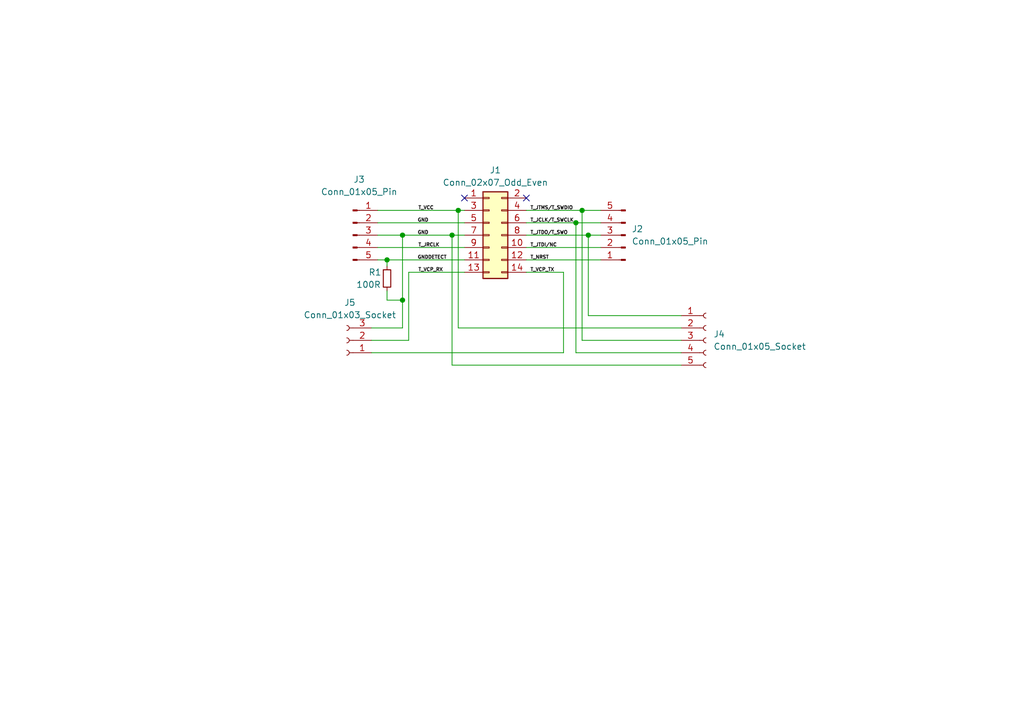
<source format=kicad_sch>
(kicad_sch (version 20230121) (generator eeschema)
  (paper "A5")
  (lib_symbols
    (symbol "Connector:Conn_01x03_Socket" (pin_names (offset 1.016) hide)
      (property "Reference" "J" (at 0 5.08 0))
      (property "Value" "Conn_01x03_Socket" (at 0 -5.08 0))
      (symbol "Conn_01x03_Socket_1_1"
        (arc (start 0 -2.032) (mid -0.5058 -2.54) (end 0 -3.048) (stroke (width 0.1524)))
        (polyline (pts (xy -1.27 -2.54) (xy -0.508 -2.54)) (stroke (width 0.1524)))
        (polyline (pts (xy -1.27 0) (xy -0.508 0)) (stroke (width 0.1524)))
        (polyline (pts (xy -1.27 2.54) (xy -0.508 2.54)) (stroke (width 0.1524)))
        (arc (start 0 0.508) (mid -0.5058 0) (end 0 -0.508) (stroke (width 0.1524)))
        (arc (start 0 3.048) (mid -0.5058 2.54) (end 0 2.032) (stroke (width 0.1524)))
        (pin passive line (at -5.08 2.54 0) (length 3.81) (name "Pin_1") (number "1"))
        (pin passive line (at -5.08 0 0) (length 3.81) (name "Pin_2") (number "2"))
        (pin passive line (at -5.08 -2.54 0) (length 3.81) (name "Pin_3") (number "3"))
      )
    )
    (symbol "Connector:Conn_01x05_Pin" (pin_names (offset 1.016) hide)
      (property "Reference" "J" (at 0 7.62 0))
      (property "Value" "Conn_01x05_Pin" (at 0 -7.62 0))
      (symbol "Conn_01x05_Pin_1_1"
        (polyline (pts (xy 1.27 -5.08) (xy 0.8636 -5.08)) (stroke (width 0.1524)))
        (polyline (pts (xy 1.27 -2.54) (xy 0.8636 -2.54)) (stroke (width 0.1524)))
        (polyline (pts (xy 1.27 0) (xy 0.8636 0)) (stroke (width 0.1524)))
        (polyline (pts (xy 1.27 2.54) (xy 0.8636 2.54)) (stroke (width 0.1524)))
        (polyline (pts (xy 1.27 5.08) (xy 0.8636 5.08)) (stroke (width 0.1524)))
        (rectangle (start 0.8636 -4.953) (end 0 -5.207) (stroke (width 0.1524)) (fill (type outline)))
        (rectangle (start 0.8636 -2.413) (end 0 -2.667) (stroke (width 0.1524)) (fill (type outline)))
        (rectangle (start 0.8636 0.127) (end 0 -0.127) (stroke (width 0.1524)) (fill (type outline)))
        (rectangle (start 0.8636 2.667) (end 0 2.413) (stroke (width 0.1524)) (fill (type outline)))
        (rectangle (start 0.8636 5.207) (end 0 4.953) (stroke (width 0.1524)) (fill (type outline)))
        (pin passive line (at 5.08 5.08 180) (length 3.81) (name "Pin_1") (number "1"))
        (pin passive line (at 5.08 2.54 180) (length 3.81) (name "Pin_2") (number "2"))
        (pin passive line (at 5.08 0 180) (length 3.81) (name "Pin_3") (number "3"))
        (pin passive line (at 5.08 -2.54 180) (length 3.81) (name "Pin_4") (number "4"))
        (pin passive line (at 5.08 -5.08 180) (length 3.81) (name "Pin_5") (number "5"))
      )
    )
    (symbol "Connector:Conn_01x05_Socket" (pin_names (offset 1.016) hide)
      (property "Reference" "J" (at 0 7.62 0))
      (property "Value" "Conn_01x05_Socket" (at 0 -7.62 0))
      (symbol "Conn_01x05_Socket_1_1"
        (arc (start 0 -4.572) (mid -0.5058 -5.08) (end 0 -5.588) (stroke (width 0.1524)))
        (arc (start 0 -2.032) (mid -0.5058 -2.54) (end 0 -3.048) (stroke (width 0.1524)))
        (polyline (pts (xy -1.27 -5.08) (xy -0.508 -5.08)) (stroke (width 0.1524)))
        (polyline (pts (xy -1.27 -2.54) (xy -0.508 -2.54)) (stroke (width 0.1524)))
        (polyline (pts (xy -1.27 0) (xy -0.508 0)) (stroke (width 0.1524)))
        (polyline (pts (xy -1.27 2.54) (xy -0.508 2.54)) (stroke (width 0.1524)))
        (polyline (pts (xy -1.27 5.08) (xy -0.508 5.08)) (stroke (width 0.1524)))
        (arc (start 0 0.508) (mid -0.5058 0) (end 0 -0.508) (stroke (width 0.1524)))
        (arc (start 0 3.048) (mid -0.5058 2.54) (end 0 2.032) (stroke (width 0.1524)))
        (arc (start 0 5.588) (mid -0.5058 5.08) (end 0 4.572) (stroke (width 0.1524)))
        (pin passive line (at -5.08 5.08 0) (length 3.81) (name "Pin_1") (number "1"))
        (pin passive line (at -5.08 2.54 0) (length 3.81) (name "Pin_2") (number "2"))
        (pin passive line (at -5.08 0 0) (length 3.81) (name "Pin_3") (number "3"))
        (pin passive line (at -5.08 -2.54 0) (length 3.81) (name "Pin_4") (number "4"))
        (pin passive line (at -5.08 -5.08 0) (length 3.81) (name "Pin_5") (number "5"))
      )
    )
    (symbol "Connector_Generic:Conn_02x07_Odd_Even" (pin_names (offset 1.016) hide)
      (property "Reference" "J" (at 1.27 10.16 0))
      (property "Value" "Conn_02x07_Odd_Even" (at 1.27 -10.16 0))
      (symbol "Conn_02x07_Odd_Even_1_1"
        (rectangle (start -1.27 -7.493) (end 0 -7.747) (stroke (width 0.1524)))
        (rectangle (start -1.27 -4.953) (end 0 -5.207) (stroke (width 0.1524)))
        (rectangle (start -1.27 -2.413) (end 0 -2.667) (stroke (width 0.1524)))
        (rectangle (start -1.27 0.127) (end 0 -0.127) (stroke (width 0.1524)))
        (rectangle (start -1.27 2.667) (end 0 2.413) (stroke (width 0.1524)))
        (rectangle (start -1.27 5.207) (end 0 4.953) (stroke (width 0.1524)))
        (rectangle (start -1.27 7.747) (end 0 7.493) (stroke (width 0.1524)))
        (rectangle (start -1.27 8.89) (end 3.81 -8.89) (stroke (width 0.254)) (fill (type background)))
        (rectangle (start 3.81 -7.493) (end 2.54 -7.747) (stroke (width 0.1524)))
        (rectangle (start 3.81 -4.953) (end 2.54 -5.207) (stroke (width 0.1524)))
        (rectangle (start 3.81 -2.413) (end 2.54 -2.667) (stroke (width 0.1524)))
        (rectangle (start 3.81 0.127) (end 2.54 -0.127) (stroke (width 0.1524)))
        (rectangle (start 3.81 2.667) (end 2.54 2.413) (stroke (width 0.1524)))
        (rectangle (start 3.81 5.207) (end 2.54 4.953) (stroke (width 0.1524)))
        (rectangle (start 3.81 7.747) (end 2.54 7.493) (stroke (width 0.1524)))
        (pin passive line (at -5.08 7.62 0) (length 3.81) (name "Pin_1") (number "1"))
        (pin passive line (at 7.62 -2.54 180) (length 3.81) (name "Pin_10") (number "10"))
        (pin passive line (at -5.08 -5.08 0) (length 3.81) (name "Pin_11") (number "11"))
        (pin passive line (at 7.62 -5.08 180) (length 3.81) (name "Pin_12") (number "12"))
        (pin passive line (at -5.08 -7.62 0) (length 3.81) (name "Pin_13") (number "13"))
        (pin passive line (at 7.62 -7.62 180) (length 3.81) (name "Pin_14") (number "14"))
        (pin passive line (at 7.62 7.62 180) (length 3.81) (name "Pin_2") (number "2"))
        (pin passive line (at -5.08 5.08 0) (length 3.81) (name "Pin_3") (number "3"))
        (pin passive line (at 7.62 5.08 180) (length 3.81) (name "Pin_4") (number "4"))
        (pin passive line (at -5.08 2.54 0) (length 3.81) (name "Pin_5") (number "5"))
        (pin passive line (at 7.62 2.54 180) (length 3.81) (name "Pin_6") (number "6"))
        (pin passive line (at -5.08 0 0) (length 3.81) (name "Pin_7") (number "7"))
        (pin passive line (at 7.62 0 180) (length 3.81) (name "Pin_8") (number "8"))
        (pin passive line (at -5.08 -2.54 0) (length 3.81) (name "Pin_9") (number "9"))
      )
    )
    (symbol "Device:R_Small" (pin_numbers hide) (pin_names (offset 0.254) hide)
      (property "Reference" "R" (at 0.762 0.508 0))
      (property "Value" "R_Small" (at 0.762 -1.016 0))
      (symbol "R_Small_0_1"
        (rectangle (start -0.762 1.778) (end 0.762 -1.778) (stroke (width 0.2032)))
      )
      (symbol "R_Small_1_1"
        (pin passive line (at 0 2.54 270) (length 0.762) (name "~") (number "1"))
        (pin passive line (at 0 -2.54 90) (length 0.762) (name "~") (number "2"))
      )
    )
  )
  (junction (at 93.98 43.18))
  (junction (at 118.11 45.72))
  (junction (at 79.375 53.34))
  (junction (at 120.65 48.26))
  (junction (at 82.55 61.595))
  (junction (at 82.55 48.26))
  (junction (at 92.71 48.26))
  (junction (at 119.38 43.18))
  (no_connect (at 95.25 40.64))
  (no_connect (at 107.95 40.64))
  (wire (pts (xy 82.55 61.595) (xy 82.55 67.31)))
  (wire (pts (xy 93.98 43.18) (xy 93.98 67.31)))
  (wire (pts (xy 77.47 53.34) (xy 79.375 53.34)))
  (wire (pts (xy 76.2 72.39) (xy 115.57 72.39)))
  (wire (pts (xy 139.7 72.39) (xy 118.11 72.39)))
  (wire (pts (xy 107.95 53.34) (xy 123.19 53.34)))
  (wire (pts (xy 120.65 48.26) (xy 120.65 64.77)))
  (wire (pts (xy 77.47 50.8) (xy 95.25 50.8)))
  (wire (pts (xy 76.2 69.85) (xy 83.82 69.85)))
  (wire (pts (xy 119.38 43.18) (xy 123.19 43.18)))
  (wire (pts (xy 79.375 53.34) (xy 95.25 53.34)))
  (wire (pts (xy 107.95 50.8) (xy 123.19 50.8)))
  (wire (pts (xy 139.7 67.31) (xy 93.98 67.31)))
  (wire (pts (xy 119.38 43.18) (xy 119.38 69.85)))
  (wire (pts (xy 77.47 48.26) (xy 82.55 48.26)))
  (wire (pts (xy 82.55 48.26) (xy 82.55 61.595)))
  (wire (pts (xy 83.82 55.88) (xy 83.82 69.85)))
  (wire (pts (xy 79.375 53.34) (xy 79.375 54.61)))
  (wire (pts (xy 92.71 48.26) (xy 92.71 74.93)))
  (wire (pts (xy 139.7 64.77) (xy 120.65 64.77)))
  (wire (pts (xy 77.47 43.18) (xy 93.98 43.18)))
  (wire (pts (xy 76.2 67.31) (xy 82.55 67.31)))
  (wire (pts (xy 118.11 45.72) (xy 123.19 45.72)))
  (wire (pts (xy 83.82 55.88) (xy 95.25 55.88)))
  (wire (pts (xy 79.375 59.69) (xy 79.375 61.595)))
  (wire (pts (xy 92.71 74.93) (xy 139.7 74.93)))
  (wire (pts (xy 107.95 45.72) (xy 118.11 45.72)))
  (wire (pts (xy 107.95 43.18) (xy 119.38 43.18)))
  (wire (pts (xy 118.11 45.72) (xy 118.11 72.39)))
  (wire (pts (xy 107.95 48.26) (xy 120.65 48.26)))
  (wire (pts (xy 92.71 48.26) (xy 95.25 48.26)))
  (wire (pts (xy 79.375 61.595) (xy 82.55 61.595)))
  (wire (pts (xy 139.7 69.85) (xy 119.38 69.85)))
  (wire (pts (xy 93.98 43.18) (xy 95.25 43.18)))
  (wire (pts (xy 115.57 55.88) (xy 115.57 72.39)))
  (wire (pts (xy 120.65 48.26) (xy 123.19 48.26)))
  (wire (pts (xy 107.95 55.88) (xy 115.57 55.88)))
  (wire (pts (xy 77.47 45.72) (xy 95.25 45.72)))
  (wire (pts (xy 82.55 48.26) (xy 92.71 48.26)))
  (label "GNDDETECT" (at 85.598 53.34 0) (effects (font (size 0.7 0.7))))
  (label "T_JTMS{slash}T_SWDIO" (at 108.712 43.18 0) (effects (font (size 0.7 0.7))))
  (label "T_JRCLK" (at 85.725 50.8 0) (effects (font (size 0.7 0.7))))
  (label "GND" (at 85.598 48.26 0) (effects (font (size 0.7 0.7))))
  (label "T_JTDI{slash}NC" (at 108.712 50.8 0) (effects (font (size 0.7 0.7))))
  (label "T_VCC" (at 85.725 43.18 0) (effects (font (size 0.7 0.7))))
  (label "T_VCP_TX" (at 108.712 55.88 0) (effects (font (size 0.7 0.7))))
  (label "T_VCP_RX" (at 85.725 55.88 0) (effects (font (size 0.7 0.7))))
  (label "GND" (at 85.598 45.72 0) (effects (font (size 0.7 0.7))))
  (label "T_JTDO{slash}T_SWO" (at 108.712 48.26 0) (effects (font (size 0.7 0.7))))
  (label "T_JCLK{slash}T_SWCLK" (at 108.712 45.72 0) (effects (font (size 0.7 0.7))))
  (label "T_NRST" (at 108.712 53.34 0) (effects (font (size 0.7 0.7))))
  (symbol (lib_id "Connector:Conn_01x05_Socket") (at 144.78 69.85 0) (unit 1)
    (property "Reference" "J4" (at 146.304 68.58 0) (effects (justify left)))
    (property "Value" "Conn_01x05_Socket" (at 146.304 71.12 0) (effects (justify left)))
    (property "Footprint" "Connector_PinSocket_2.54mm:PinSocket_1x05_P2.54mm_Vertical" (effects hide))
  )
  (symbol (lib_id "Connector_Generic:Conn_02x07_Odd_Even") (at 100.33 48.26 0) (unit 1)
    (property "Reference" "J1" (at 101.6 34.925 0))
    (property "Value" "Conn_02x07_Odd_Even" (at 101.6 37.465 0))
    (property "Footprint" "Connector_PinHeader_1.27mm:PinHeader_2x07_P1.27mm_Vertical_SMD" (effects hide))
    (property "Datasheet" "https://www.digikey.se/en/products/detail/samtec-inc/FTSH-107-01-L-DV-K/6678186" (effects hide))
  )
  (symbol (lib_id "Connector:Conn_01x03_Socket") (at 71.12 69.85 180) (unit 1)
    (property "Reference" "J5" (at 71.755 62.103 0))
    (property "Value" "Conn_01x03_Socket" (at 71.755 64.643 0))
    (property "Footprint" "Connector_PinSocket_2.54mm:PinSocket_1x03_P2.54mm_Vertical" (effects hide))
  )
  (symbol (lib_id "Connector:Conn_01x05_Pin") (at 128.27 48.26 180) (unit 1)
    (property "Reference" "J2" (at 129.54 46.99 0) (effects (justify right)))
    (property "Value" "Conn_01x05_Pin" (at 129.54 49.53 0) (effects (justify right)))
    (property "Footprint" "Connector_PinHeader_2.54mm:PinHeader_1x05_P2.54mm_Vertical" (effects hide))
  )
  (symbol (lib_id "Device:R_Small") (at 79.375 57.15 0) (unit 1)
    (property "Reference" "R1" (at 75.565 55.88 0) (effects (justify left)))
    (property "Value" "100R" (at 73.025 58.42 0) (effects (justify left)))
    (property "Footprint" "Resistor_SMD:R_0805_2012Metric_Pad1.20x1.40mm_HandSolder" (effects hide))
    (property "JLC#" "C17408" (effects hide))
  )
  (symbol (lib_id "Connector:Conn_01x05_Pin") (at 72.39 48.26 0) (unit 1)
    (property "Reference" "J3" (at 73.66 36.83 0))
    (property "Value" "Conn_01x05_Pin" (at 73.66 39.37 0))
    (property "Footprint" "Connector_PinHeader_2.54mm:PinHeader_1x05_P2.54mm_Vertical" (effects hide))
  )
)
</source>
